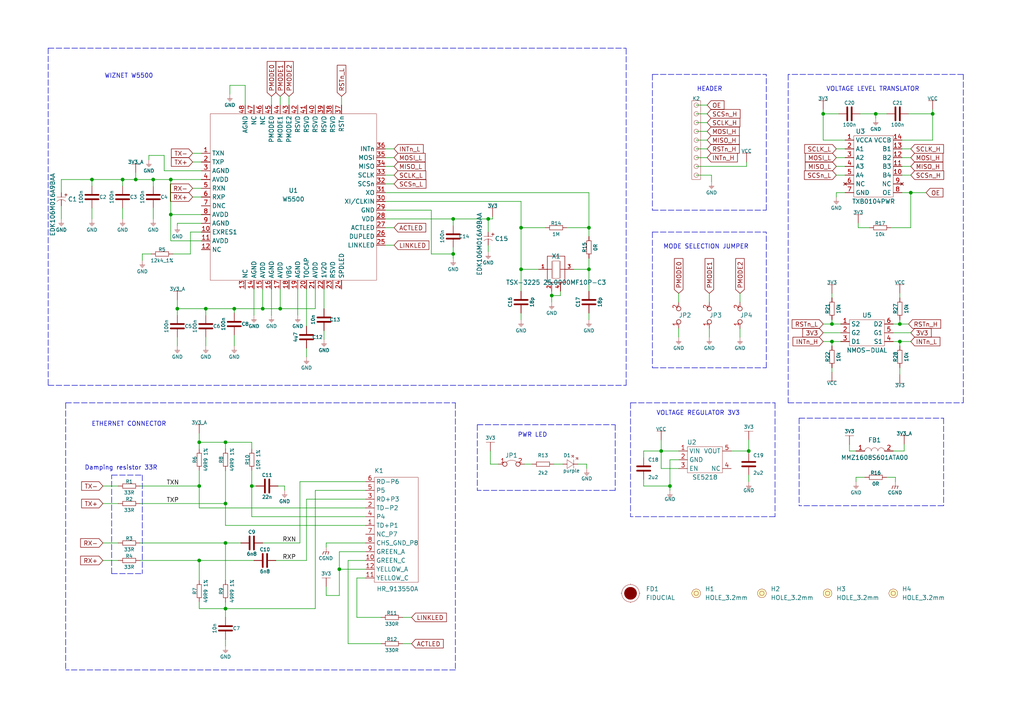
<source format=kicad_sch>
(kicad_sch (version 20211123) (generator eeschema)
  (paper "A4")
  (title_block (title "Ethernet controller W5500 board") (date "2023-03-16") (rev "v1.2.0.") (company "SOLDERED") (comment 1 "333039"))
  (lib_symbols
    (symbol "e-radionica.com schematics:0402LED" (pin_numbers hide) (pin_names (offset 0.254) hide)
      (property "Reference" "D" (at -0.635 2.54 0))
      (property "Value" "0402LED" (at 0 -2.54 0))
      (symbol "0402LED_1_1"
        (pin passive line (at -1.905 0 0) (length 1.27) (name "A") (number "1"))
        (pin passive line (at 2.54 0 180) (length 1.27) (name "K") (number "2"))
      )
    )
    (symbol "e-radionica.com schematics:0402R" (pin_numbers hide) (pin_names (offset 0.254))
      (property "Reference" "R" (at -1.905 1.27 0))
      (property "Value" "0402R" (at 0 -1.27 0))
      (symbol "0402R_1_1"
        (pin passive line (at -3.175 0 0) (length 1.27) (name "~") (number "1"))
        (pin passive line (at 3.175 0 180) (length 1.27) (name "~") (number "2"))
      )
    )
    (symbol "e-radionica.com schematics:0603C" (pin_numbers hide) (pin_names (offset 0.002))
      (property "Reference" "C" (at -0.635 3.175 0))
      (property "Value" "0603C" (at 0 -3.175 0))
      (symbol "0603C_1_1"
        (pin passive line (at -3.175 0 0) (length 2.54) (name "~") (number "1"))
        (pin passive line (at 3.175 0 180) (length 2.54) (name "~") (number "2"))
      )
    )
    (symbol "e-radionica.com schematics:0603L"
      (property "Reference" "L" (at 0 1.905 0))
      (property "Value" "0603L" (at 0 -1.27 0))
      (symbol "0603L_1_1"
        (pin passive line (at -5.715 0 0) (length 2.54) (name "") (number "1"))
        (pin passive line (at 5.08 0 180) (length 2.54) (name "") (number "2"))
      )
    )
    (symbol "e-radionica.com schematics:0603R" (pin_numbers hide) (pin_names (offset 0.254))
      (property "Reference" "R" (at -1.905 1.905 0))
      (property "Value" "0603R" (at 0 -1.905 0))
      (symbol "0603R_1_1"
        (pin passive line (at -3.175 0 0) (length 1.27) (name "~") (number "1"))
        (pin passive line (at 3.175 0 180) (length 1.27) (name "~") (number "2"))
      )
    )
    (symbol "e-radionica.com schematics:3V3" (power) (pin_names (offset 0))
      (property "Value" "3V3" (at 0 3.556 0))
      (symbol "3V3_1_1"
        (pin power_in line (at 0 0 90) (length 0) hide (name "3V3") (number "1"))
      )
    )
    (symbol "e-radionica.com schematics:3V3_A" (power) (pin_names (offset 0))
      (property "Value" "3V3_A" (at 0 3.556 0))
      (symbol "3V3_A_1_1"
        (pin power_in line (at 0 0 90) (length 0) hide (name "3V3_A") (number "1"))
      )
    )
    (symbol "e-radionica.com schematics:CGND" (power) (pin_names (offset 0))
      (property "Value" "CGND" (at 0 -2.921 0))
      (symbol "CGND_1_1"
        (pin power_in line (at 0 0 270) (length 0) hide (name "CGND") (number "1"))
      )
    )
    (symbol "e-radionica.com schematics:CRYSTAL_3225_4_PAD"
      (property "Reference" "X" (at 0 7.112 0))
      (property "Value" "CRYSTAL_3225_4_PAD" (at 0 5.334 0))
      (symbol "CRYSTAL_3225_4_PAD_1_1"
        (pin passive line (at -5.08 0 0) (length 2.54) (name "") (number "1"))
        (pin power_in line (at -1.27 -6.35 90) (length 2.54) (name "") (number "2"))
        (pin output line (at 5.08 0 180) (length 2.54) (name "") (number "3"))
        (pin power_in line (at 1.27 -6.35 90) (length 2.54) (name "") (number "4"))
      )
    )
    (symbol "e-radionica.com schematics:ELECTROLITIC_CAP_4mm" (pin_numbers hide) (pin_names hide)
      (property "Reference" "C" (at -1.27 2.54 0))
      (property "Value" "ELECTROLITIC_CAP_4mm" (at 0 -2.54 0))
      (symbol "ELECTROLITIC_CAP_4mm_0_0"
        (text "+" (at -1.905 1.27 0) (effects (font (size 1 1))))
      )
      (symbol "ELECTROLITIC_CAP_4mm_1_1"
        (pin input line (at -2.54 0 0) (length 1.27) (name "+") (number "1"))
        (pin input line (at 1.27 0 180) (length 1.8) (name "-") (number "2"))
      )
    )
    (symbol "e-radionica.com schematics:FIDUCIAL" (in_bom no)
      (property "Reference" "FD" (at 0 3.81 0))
      (property "Value" "FIDUCIAL" (at 0 -3.81 0))
    )
    (symbol "e-radionica.com schematics:GND" (power) (pin_names (offset 0))
      (property "Value" "GND" (at 0 -2.921 0))
      (symbol "GND_1_1"
        (pin power_in line (at 0 0 270) (length 0) hide (name "GND") (number "1"))
      )
    )
    (symbol "e-radionica.com schematics:GND_3" (power) (pin_names (offset 0))
      (property "Value" "GND" (at 0 -2.921 0))
      (symbol "GND_3_1_1"
        (pin power_in line (at 0 0 270) (length 0) hide (name "GND") (number "1"))
      )
    )
    (symbol "e-radionica.com schematics:HEADER_MALE_9X1" (pin_numbers hide) (pin_names hide)
      (property "Reference" "K" (at -0.635 12.7 0))
      (property "Value" "HEADER_MALE_9X1" (at 0.635 -12.7 0))
      (symbol "HEADER_MALE_9X1_1_1"
        (pin passive line (at 0 -10.16 180) (length 0) (name "~") (number "1"))
        (pin passive line (at 0 -7.62 180) (length 0) (name "~") (number "2"))
        (pin passive line (at 0 -5.08 180) (length 0) (name "~") (number "3"))
        (pin passive line (at 0 -2.54 180) (length 0) (name "~") (number "4"))
        (pin passive line (at 0 0 180) (length 0) (name "~") (number "5"))
        (pin passive line (at 0 2.54 180) (length 0) (name "~") (number "6"))
        (pin passive line (at 0 5.08 180) (length 0) (name "~") (number "7"))
        (pin passive line (at 0 7.62 180) (length 0) (name "~") (number "8"))
        (pin passive line (at 0 10.16 180) (length 0) (name "~") (number "9"))
      )
    )
    (symbol "e-radionica.com schematics:HOLE_3.2mm" (pin_numbers hide) (pin_names hide)
      (property "Reference" "H" (at 0 2.54 0))
      (property "Value" "HOLE_3.2mm" (at 0 -2.54 0))
    )
    (symbol "e-radionica.com schematics:HR_913550A"
      (property "Reference" "K" (at 0 17.78 0))
      (property "Value" "HR_913550A" (at -1.27 -19.05 0))
      (symbol "HR_913550A_1_1"
        (pin input line (at -3.81 1.27 0) (length 2.54) (name "TD+P1") (number "1"))
        (pin input line (at -3.81 -8.89 0) (length 2.54) (name "GREEN_C") (number "10"))
        (pin input line (at -3.81 -13.97 0) (length 2.54) (name "YELLOW_C") (number "11"))
        (pin input line (at -3.81 -11.43 0) (length 2.54) (name "YELLOW_A") (number "12"))
        (pin input line (at -3.81 6.35 0) (length 2.54) (name "TD-P2") (number "2"))
        (pin input line (at -3.81 8.89 0) (length 2.54) (name "RD+P3") (number "3"))
        (pin input line (at -3.81 3.81 0) (length 2.54) (name "P4") (number "4"))
        (pin input line (at -3.81 11.43 0) (length 2.54) (name "P5") (number "5"))
        (pin input line (at -3.81 13.97 0) (length 2.54) (name "RD-P6") (number "6"))
        (pin input line (at -3.81 -1.27 0) (length 2.54) (name "NC_P7") (number "7"))
        (pin input line (at -3.81 -3.81 0) (length 2.54) (name "CHS_GND_P8") (number "8"))
        (pin input line (at -3.81 -6.35 0) (length 2.54) (name "GREEN_A") (number "9"))
      )
    )
    (symbol "e-radionica.com schematics:NMOS-DUAL"
      (property "Reference" "U" (at -3.81 5.08 0))
      (property "Value" "NMOS-DUAL" (at 0 -5.08 0))
      (symbol "NMOS-DUAL_1_1"
        (pin input line (at -7.62 2.54 0) (length 2.54) (name "S2") (number "1"))
        (pin input line (at -7.62 0 0) (length 2.54) (name "G2") (number "2"))
        (pin input line (at -7.62 -2.54 0) (length 2.54) (name "D1") (number "3"))
        (pin input line (at 7.62 -2.54 180) (length 2.54) (name "S1") (number "4"))
        (pin input line (at 7.62 0 180) (length 2.54) (name "G1") (number "5"))
        (pin input line (at 7.62 2.54 180) (length 2.54) (name "D2") (number "6"))
      )
    )
    (symbol "e-radionica.com schematics:SE5218"
      (property "Reference" "U" (at -3.81 5.08 0))
      (property "Value" "SE5218" (at 0 -5.08 0))
      (symbol "SE5218_1_1"
        (pin power_in line (at -7.62 2.54 0) (length 2.54) (name "VIN") (number "1"))
        (pin power_in line (at -7.62 0 0) (length 2.54) (name "GND") (number "2"))
        (pin input line (at -7.62 -2.54 0) (length 2.54) (name "EN") (number "3"))
        (pin passive line (at 7.62 -2.54 180) (length 2.54) (name "NC") (number "4"))
        (pin power_out line (at 7.62 2.54 180) (length 2.54) (name "VOUT") (number "5"))
      )
    )
    (symbol "e-radionica.com schematics:SMD-JUMPER-CONNECTED_TRACE_SLODERMASK"
      (property "Reference" "JP" (at 0 3.556 0))
      (property "Value" "SMD-JUMPER-CONNECTED_TRACE_SLODERMASK" (at 0 -2.54 0))
      (symbol "SMD-JUMPER-CONNECTED_TRACE_SLODERMASK_1_1"
        (pin passive inverted (at -4.064 0 0) (length 2.54) (name "") (number "1"))
        (pin passive inverted (at 3.556 0 180) (length 2.54) (name "") (number "2"))
      )
    )
    (symbol "e-radionica.com schematics:SMD_JUMPER"
      (property "Reference" "JP" (at 0 1.397 0))
      (property "Value" "SMD_JUMPER" (at 0.508 -3.048 0))
      (symbol "SMD_JUMPER_1_1"
        (pin passive inverted (at -3.81 0 0) (length 2.54) (name "") (number "1"))
        (pin passive inverted (at 3.81 0 180) (length 2.54) (name "") (number "2"))
      )
    )
    (symbol "e-radionica.com schematics:TXB0104QPWRQ1"
      (property "Reference" "U" (at 0 8.89 0))
      (property "Value" "TXB0104QPWRQ1" (at 0 -11.43 0))
      (symbol "TXB0104QPWRQ1_1_1"
        (pin power_in line (at -7.62 6.35 0) (length 2.54) (name "VCCA") (number "1"))
        (pin passive line (at 8.89 -3.81 180) (length 2.54) (name "B4") (number "10"))
        (pin passive line (at 8.89 -1.27 180) (length 2.54) (name "B3") (number "11"))
        (pin passive line (at 8.89 1.27 180) (length 2.54) (name "B2") (number "12"))
        (pin passive line (at 8.89 3.81 180) (length 2.54) (name "B1") (number "13"))
        (pin power_out line (at 8.89 6.35 180) (length 2.54) (name "VCCB") (number "14"))
        (pin passive line (at -7.62 3.81 0) (length 2.54) (name "A1") (number "2"))
        (pin passive line (at -7.62 1.27 0) (length 2.54) (name "A2") (number "3"))
        (pin passive line (at -7.62 -1.27 0) (length 2.54) (name "A3") (number "4"))
        (pin passive line (at -7.62 -3.81 0) (length 2.54) (name "A4") (number "5"))
        (pin no_connect line (at -7.62 -6.35 0) (length 2.54) (name "NC") (number "6"))
        (pin passive line (at -7.62 -8.89 0) (length 2.54) (name "GND") (number "7"))
        (pin passive line (at 8.89 -8.89 180) (length 2.54) (name "OE") (number "8"))
        (pin no_connect line (at 8.89 -6.35 180) (length 2.54) (name "NC") (number "9"))
      )
    )
    (symbol "e-radionica.com schematics:VCC" (power) (pin_names (offset 0))
      (property "Value" "VCC" (at 0 3.556 0))
      (symbol "VCC_1_1"
        (pin power_in line (at 0 0 90) (length 0) hide (name "VCC") (number "1"))
      )
    )
    (symbol "e-radionica.com schematics:WIZnet_W5500"
      (property "Reference" "U" (at -26.67 20.32 0))
      (property "Value" "WIZnet_W5500" (at 0 -34.29 0))
      (symbol "WIZnet_W5500_1_1"
        (pin passive line (at -26.67 12.7 0) (length 2.54) (name "TXN") (number "1"))
        (pin passive line (at -26.67 -10.16 0) (length 2.54) (name "EXRES1") (number "10"))
        (pin passive line (at -26.67 -12.7 0) (length 2.54) (name "AVDD") (number "11"))
        (pin passive line (at -26.67 -15.24 0) (length 2.54) (name "NC") (number "12"))
        (pin passive line (at -13.97 -26.67 90) (length 2.54) (name "NC") (number "13"))
        (pin passive line (at -11.43 -26.67 90) (length 2.54) (name "AGND") (number "14"))
        (pin passive line (at -8.89 -26.67 90) (length 2.54) (name "AVDD") (number "15"))
        (pin passive line (at -6.35 -26.67 90) (length 2.54) (name "AGND") (number "16"))
        (pin passive line (at -3.81 -26.67 90) (length 2.54) (name "AVDD") (number "17"))
        (pin passive line (at -1.27 -26.67 90) (length 2.54) (name "VBG") (number "18"))
        (pin passive line (at 1.27 -26.67 90) (length 2.54) (name "AGND") (number "19"))
        (pin passive line (at -26.67 10.16 0) (length 2.54) (name "TXP") (number "2"))
        (pin passive line (at 3.81 -26.67 90) (length 2.54) (name "TOCAP") (number "20"))
        (pin passive line (at 6.35 -26.67 90) (length 2.54) (name "AVDD") (number "21"))
        (pin passive line (at 8.89 -26.67 90) (length 2.54) (name "1V20") (number "22"))
        (pin passive line (at 11.43 -26.67 90) (length 2.54) (name "RSVD") (number "23"))
        (pin passive line (at 13.97 -26.67 90) (length 2.54) (name "SPDLED") (number "24"))
        (pin passive line (at 26.67 -13.97 180) (length 2.54) (name "LINKLED") (number "25"))
        (pin passive line (at 26.67 -11.43 180) (length 2.54) (name "DUPLED") (number "26"))
        (pin passive line (at 26.67 -8.89 180) (length 2.54) (name "ACTLED") (number "27"))
        (pin passive line (at 26.67 -6.35 180) (length 2.54) (name "VDD") (number "28"))
        (pin passive line (at 26.67 -3.81 180) (length 2.54) (name "GND") (number "29"))
        (pin passive line (at -26.67 7.62 0) (length 2.54) (name "AGND") (number "3"))
        (pin passive line (at 26.67 -1.27 180) (length 2.54) (name "XI/CLKIN") (number "30"))
        (pin passive line (at 26.67 1.27 180) (length 2.54) (name "XO") (number "31"))
        (pin passive line (at 26.67 3.81 180) (length 2.54) (name "SCSn") (number "32"))
        (pin passive line (at 26.67 6.35 180) (length 2.54) (name "SCLK") (number "33"))
        (pin passive line (at 26.67 8.89 180) (length 2.54) (name "MISO") (number "34"))
        (pin passive line (at 26.67 11.43 180) (length 2.54) (name "MOSI") (number "35"))
        (pin passive line (at 26.67 13.97 180) (length 2.54) (name "INTn") (number "36"))
        (pin passive line (at 13.97 26.67 270) (length 2.54) (name "RSTn") (number "37"))
        (pin passive line (at 11.43 26.67 270) (length 2.54) (name "RSVD") (number "38"))
        (pin passive line (at 8.89 26.67 270) (length 2.54) (name "RSVD") (number "39"))
        (pin passive line (at -26.67 5.08 0) (length 2.54) (name "AVDD") (number "4"))
        (pin passive line (at 6.35 26.67 270) (length 2.54) (name "RSVD") (number "40"))
        (pin passive line (at 3.81 26.67 270) (length 2.54) (name "RSVD") (number "41"))
        (pin passive line (at 1.27 26.67 270) (length 2.54) (name "RSVD") (number "42"))
        (pin passive line (at -1.27 26.67 270) (length 2.54) (name "PMODE2") (number "43"))
        (pin passive line (at -3.81 26.67 270) (length 2.54) (name "PMODE1") (number "44"))
        (pin passive line (at -6.35 26.67 270) (length 2.54) (name "PMODE0") (number "45"))
        (pin passive line (at -8.89 26.67 270) (length 2.54) (name "NC") (number "46"))
        (pin passive line (at -11.43 26.67 270) (length 2.54) (name "NC") (number "47"))
        (pin passive line (at -13.97 26.67 270) (length 2.54) (name "AGND") (number "48"))
        (pin passive line (at -26.67 2.54 0) (length 2.54) (name "RXN") (number "5"))
        (pin passive line (at -26.67 0 0) (length 2.54) (name "RXP") (number "6"))
        (pin passive line (at -26.67 -2.54 0) (length 2.54) (name "DNC") (number "7"))
        (pin passive line (at -26.67 -5.08 0) (length 2.54) (name "AVDD") (number "8"))
        (pin passive line (at -26.67 -7.62 0) (length 2.54) (name "AGND") (number "9"))
      )
    )
  )
  (junction (at 254 33.02) (diameter 0.9144))
  (junction (at 131.445 73.66) (diameter 0.9144))
  (junction (at 65.405 128.27) (diameter 0.9144))
  (junction (at 35.56 52.07) (diameter 0.9144))
  (junction (at 57.785 128.27) (diameter 0.9144))
  (junction (at 141.605 63.5) (diameter 0.9144))
  (junction (at 51.435 89.535) (diameter 0.9144))
  (junction (at 260.985 99.06) (diameter 0.9144))
  (junction (at 241.3 93.98) (diameter 0.9144))
  (junction (at 49.53 52.07) (diameter 0.9144))
  (junction (at 131.445 63.5) (diameter 0.9144))
  (junction (at 151.13 66.04) (diameter 0.9144))
  (junction (at 57.785 140.97) (diameter 0.9144))
  (junction (at 65.405 146.05) (diameter 0.9144))
  (junction (at 57.785 162.56) (diameter 0.9144))
  (junction (at 67.945 89.535) (diameter 0.9144))
  (junction (at 76.2 89.535) (diameter 0.9144))
  (junction (at 44.45 52.07) (diameter 0.9144))
  (junction (at 98.425 165.1) (diameter 0.9144))
  (junction (at 39.37 52.07) (diameter 0.9144))
  (junction (at 270.51 33.02) (diameter 0.9144))
  (junction (at 238.76 33.02) (diameter 0.9144))
  (junction (at 160.02 85.725) (diameter 0.9144))
  (junction (at 241.3 99.06) (diameter 0.9144))
  (junction (at 73.025 140.97) (diameter 0.9144))
  (junction (at 151.13 78.105) (diameter 0.9144))
  (junction (at 65.405 157.48) (diameter 0.9144))
  (junction (at 26.67 52.07) (diameter 0.9144))
  (junction (at 170.815 66.04) (diameter 0.9144))
  (junction (at 49.53 62.23) (diameter 0.9144))
  (junction (at 194.31 140.97) (diameter 0.9144))
  (junction (at 217.17 130.81) (diameter 0.9144))
  (junction (at 59.69 89.535) (diameter 0.9144))
  (junction (at 260.985 93.98) (diameter 0.9144))
  (junction (at 81.28 89.535) (diameter 0.9144))
  (junction (at 65.405 176.53) (diameter 0.9144))
  (junction (at 264.16 55.88) (diameter 0.9144))
  (junction (at 170.815 78.105) (diameter 0.9144))
  (junction (at 191.77 130.81) (diameter 0.9144))
  (wire (pts (xy 111.76 43.18) (xy 114.3 43.18)))
  (wire (pts (xy 44.45 52.07) (xy 44.45 53.975)))
  (wire (pts (xy 91.44 142.24) (xy 91.44 176.53)))
  (wire (pts (xy 91.44 142.24) (xy 106.045 142.24)))
  (wire (pts (xy 91.44 176.53) (xy 65.405 176.53)))
  (wire (pts (xy 201.93 38.1) (xy 205.105 38.1)))
  (wire (pts (xy 81.28 27.94) (xy 81.28 30.48)))
  (wire (pts (xy 186.69 132.715) (xy 186.69 130.81)))
  (wire (pts (xy 65.405 174.625) (xy 65.405 176.53)))
  (wire (pts (xy 65.405 176.53) (xy 65.405 179.07)))
  (wire (pts (xy 238.76 40.64) (xy 245.11 40.64)))
  (wire (pts (xy 257.175 138.43) (xy 259.715 138.43)))
  (wire (pts (xy 259.715 138.43) (xy 259.715 139.7)))
  (wire (pts (xy 242.57 45.72) (xy 245.11 45.72)))
  (wire (pts (xy 214.63 95.25) (xy 214.63 97.79)))
  (wire (pts (xy 166.37 78.105) (xy 170.815 78.105)))
  (polyline (pts (xy 222.25 106.68) (xy 222.25 67.31)) (stroke (width 0) (type dash)))
  (polyline (pts (xy 138.43 123.19) (xy 138.43 142.24)) (stroke (width 0) (type dash)))
  (wire (pts (xy 57.785 147.32) (xy 57.785 140.97)))
  (wire (pts (xy 88.9 144.78) (xy 106.045 144.78)))
  (wire (pts (xy 88.9 162.56) (xy 88.9 144.78)))
  (wire (pts (xy 238.76 96.52) (xy 243.84 96.52)))
  (wire (pts (xy 17.78 59.69) (xy 17.78 63.5)))
  (wire (pts (xy 35.56 52.07) (xy 35.56 53.975)))
  (wire (pts (xy 116.84 186.69) (xy 119.38 186.69)))
  (wire (pts (xy 205.74 85.09) (xy 205.74 87.63)))
  (wire (pts (xy 186.69 130.81) (xy 191.77 130.81)))
  (wire (pts (xy 51.435 64.77) (xy 58.42 64.77)))
  (wire (pts (xy 196.85 130.81) (xy 191.77 130.81)))
  (wire (pts (xy 80.645 140.97) (xy 82.55 140.97)))
  (wire (pts (xy 82.55 140.97) (xy 82.55 142.24)))
  (polyline (pts (xy 189.23 67.31) (xy 222.25 67.31)) (stroke (width 0) (type dash)))
  (wire (pts (xy 39.37 50.165) (xy 39.37 52.07)))
  (wire (pts (xy 212.09 130.81) (xy 217.17 130.81)))
  (wire (pts (xy 201.93 40.64) (xy 205.105 40.64)))
  (wire (pts (xy 196.85 95.25) (xy 196.85 97.79)))
  (wire (pts (xy 125.095 60.96) (xy 125.095 73.66)))
  (wire (pts (xy 125.095 73.66) (xy 131.445 73.66)))
  (wire (pts (xy 201.93 33.02) (xy 205.105 33.02)))
  (wire (pts (xy 261.62 43.18) (xy 264.16 43.18)))
  (wire (pts (xy 196.85 85.09) (xy 196.85 87.63)))
  (wire (pts (xy 191.77 135.89) (xy 191.77 130.81)))
  (wire (pts (xy 94.615 170.18) (xy 94.615 172.72)))
  (wire (pts (xy 94.615 172.72) (xy 98.425 172.72)))
  (wire (pts (xy 98.425 160.02) (xy 106.045 160.02)))
  (wire (pts (xy 98.425 165.1) (xy 98.425 160.02)))
  (wire (pts (xy 98.425 172.72) (xy 98.425 165.1)))
  (wire (pts (xy 261.62 40.64) (xy 270.51 40.64)))
  (wire (pts (xy 131.445 63.5) (xy 131.445 65.405)))
  (wire (pts (xy 241.3 99.06) (xy 241.3 100.33)))
  (wire (pts (xy 259.08 96.52) (xy 264.16 96.52)))
  (wire (pts (xy 51.435 86.995) (xy 51.435 89.535)))
  (polyline (pts (xy 13.97 13.97) (xy 13.97 111.76)) (stroke (width 0) (type dash)))
  (polyline (pts (xy 13.97 13.97) (xy 181.61 13.97)) (stroke (width 0) (type dash)))
  (polyline (pts (xy 13.97 111.76) (xy 181.61 111.76)) (stroke (width 0) (type dash)))
  (polyline (pts (xy 181.61 111.76) (xy 181.61 13.97)) (stroke (width 0) (type dash)))
  (polyline (pts (xy 189.23 106.68) (xy 222.25 106.68)) (stroke (width 0) (type dash)))
  (wire (pts (xy 65.405 136.525) (xy 65.405 146.05)))
  (polyline (pts (xy 182.88 116.84) (xy 182.88 149.86)) (stroke (width 0) (type dash)))
  (polyline (pts (xy 182.88 116.84) (xy 224.79 116.84)) (stroke (width 0) (type dash)))
  (polyline (pts (xy 224.79 116.84) (xy 224.79 149.86)) (stroke (width 0) (type dash)))
  (polyline (pts (xy 224.79 149.86) (xy 182.88 149.86)) (stroke (width 0) (type dash)))
  (wire (pts (xy 201.93 50.8) (xy 206.375 50.8)))
  (wire (pts (xy 206.375 50.8) (xy 206.375 52.705)))
  (polyline (pts (xy 138.43 123.19) (xy 178.435 123.19)) (stroke (width 0) (type dash)))
  (wire (pts (xy 103.505 167.64) (xy 106.045 167.64)))
  (wire (pts (xy 103.505 179.07) (xy 103.505 167.64)))
  (wire (pts (xy 110.49 179.07) (xy 103.505 179.07)))
  (wire (pts (xy 55.88 46.99) (xy 58.42 46.99)))
  (wire (pts (xy 93.98 83.82) (xy 93.98 89.535)))
  (wire (pts (xy 170.18 134.62) (xy 170.18 135.89)))
  (wire (pts (xy 201.93 43.18) (xy 205.105 43.18)))
  (wire (pts (xy 201.93 35.56) (xy 205.105 35.56)))
  (wire (pts (xy 29.845 157.48) (xy 34.29 157.48)))
  (wire (pts (xy 106.045 157.48) (xy 94.615 157.48)))
  (wire (pts (xy 201.93 45.72) (xy 205.105 45.72)))
  (wire (pts (xy 73.025 149.86) (xy 106.045 149.86)))
  (wire (pts (xy 111.76 63.5) (xy 131.445 63.5)))
  (wire (pts (xy 170.18 134.62) (xy 167.64 134.62)))
  (wire (pts (xy 57.785 174.625) (xy 57.785 176.53)))
  (wire (pts (xy 57.785 176.53) (xy 65.405 176.53)))
  (wire (pts (xy 217.17 137.795) (xy 217.17 139.7)))
  (wire (pts (xy 142.24 130.81) (xy 142.24 134.62)))
  (wire (pts (xy 270.51 33.02) (xy 270.51 31.75)))
  (wire (pts (xy 270.51 40.64) (xy 270.51 33.02)))
  (wire (pts (xy 73.025 140.97) (xy 73.025 136.525)))
  (wire (pts (xy 73.025 149.86) (xy 73.025 140.97)))
  (wire (pts (xy 259.08 93.98) (xy 260.985 93.98)))
  (wire (pts (xy 260.985 93.98) (xy 263.525 93.98)))
  (wire (pts (xy 88.9 100.965) (xy 88.9 103.505)))
  (wire (pts (xy 194.31 133.35) (xy 194.31 140.97)))
  (wire (pts (xy 254 33.02) (xy 257.175 33.02)))
  (wire (pts (xy 254 34.29) (xy 254 33.02)))
  (wire (pts (xy 131.445 71.755) (xy 131.445 73.66)))
  (wire (pts (xy 131.445 73.66) (xy 131.445 74.93)))
  (wire (pts (xy 29.845 140.97) (xy 34.29 140.97)))
  (wire (pts (xy 111.76 45.72) (xy 114.3 45.72)))
  (wire (pts (xy 51.435 89.535) (xy 59.69 89.535)))
  (wire (pts (xy 51.435 91.44) (xy 51.435 89.535)))
  (wire (pts (xy 59.69 89.535) (xy 67.945 89.535)))
  (wire (pts (xy 259.08 130.81) (xy 262.255 130.81)))
  (wire (pts (xy 262.255 130.81) (xy 262.255 128.905)))
  (wire (pts (xy 26.67 52.07) (xy 26.67 53.975)))
  (wire (pts (xy 65.405 185.42) (xy 65.405 187.325)))
  (wire (pts (xy 160.02 84.455) (xy 160.02 85.725)))
  (wire (pts (xy 160.02 85.725) (xy 160.02 87.63)))
  (wire (pts (xy 44.45 60.325) (xy 44.45 63.5)))
  (wire (pts (xy 57.785 125.73) (xy 57.785 128.27)))
  (wire (pts (xy 57.785 128.27) (xy 57.785 130.175)))
  (wire (pts (xy 111.76 53.34) (xy 114.3 53.34)))
  (wire (pts (xy 131.445 63.5) (xy 141.605 63.5)))
  (wire (pts (xy 141.605 63.5) (xy 142.875 63.5)))
  (polyline (pts (xy 178.435 123.19) (xy 178.435 142.24)) (stroke (width 0) (type dash)))
  (wire (pts (xy 151.13 78.105) (xy 156.21 78.105)))
  (wire (pts (xy 261.62 50.8) (xy 264.16 50.8)))
  (wire (pts (xy 162.56 84.455) (xy 162.56 85.725)))
  (wire (pts (xy 162.56 85.725) (xy 160.02 85.725)))
  (wire (pts (xy 40.64 157.48) (xy 65.405 157.48)))
  (wire (pts (xy 65.405 157.48) (xy 69.85 157.48)))
  (wire (pts (xy 258.445 66.04) (xy 264.16 66.04)))
  (wire (pts (xy 261.62 55.88) (xy 264.16 55.88)))
  (wire (pts (xy 264.16 55.88) (xy 264.16 66.04)))
  (wire (pts (xy 26.67 60.325) (xy 26.67 63.5)))
  (wire (pts (xy 55.88 54.61) (xy 58.42 54.61)))
  (wire (pts (xy 201.93 30.48) (xy 205.105 30.48)))
  (wire (pts (xy 241.3 85.09) (xy 241.3 86.36)))
  (wire (pts (xy 242.57 55.88) (xy 242.57 57.15)))
  (wire (pts (xy 245.11 55.88) (xy 242.57 55.88)))
  (wire (pts (xy 242.57 43.18) (xy 245.11 43.18)))
  (wire (pts (xy 186.69 140.97) (xy 194.31 140.97)))
  (wire (pts (xy 83.82 27.94) (xy 83.82 30.48)))
  (polyline (pts (xy 231.775 121.285) (xy 231.775 146.685)) (stroke (width 0) (type dash)))
  (polyline (pts (xy 231.775 121.285) (xy 273.685 121.285)) (stroke (width 0) (type dash)))
  (polyline (pts (xy 273.685 121.285) (xy 273.685 146.685)) (stroke (width 0) (type dash)))
  (polyline (pts (xy 273.685 146.685) (xy 231.775 146.685)) (stroke (width 0) (type dash)))
  (wire (pts (xy 186.69 139.065) (xy 186.69 140.97)))
  (wire (pts (xy 260.985 99.06) (xy 260.985 100.33)))
  (wire (pts (xy 194.31 140.97) (xy 194.31 142.24)))
  (wire (pts (xy 141.605 63.5) (xy 141.605 67.31)))
  (wire (pts (xy 217.17 130.81) (xy 217.17 131.445)))
  (wire (pts (xy 164.465 66.04) (xy 170.815 66.04)))
  (wire (pts (xy 88.9 83.82) (xy 88.9 94.615)))
  (wire (pts (xy 67.945 89.535) (xy 67.945 90.805)))
  (wire (pts (xy 78.74 83.82) (xy 78.74 91.44)))
  (wire (pts (xy 151.13 90.805) (xy 151.13 92.71)))
  (wire (pts (xy 152.146 134.62) (xy 154.305 134.62)))
  (wire (pts (xy 39.37 52.07) (xy 44.45 52.07)))
  (wire (pts (xy 44.45 52.07) (xy 49.53 52.07)))
  (wire (pts (xy 170.815 74.93) (xy 170.815 78.105)))
  (wire (pts (xy 170.815 78.105) (xy 170.815 84.455)))
  (wire (pts (xy 58.42 69.85) (xy 49.53 69.85)))
  (wire (pts (xy 205.74 95.25) (xy 205.74 97.79)))
  (wire (pts (xy 57.785 140.97) (xy 57.785 136.525)))
  (wire (pts (xy 65.405 128.27) (xy 57.785 128.27)))
  (wire (pts (xy 65.405 130.175) (xy 65.405 128.27)))
  (wire (pts (xy 59.69 89.535) (xy 59.69 91.44)))
  (wire (pts (xy 160.655 134.62) (xy 163.195 134.62)))
  (wire (pts (xy 73.025 128.27) (xy 65.405 128.27)))
  (wire (pts (xy 73.025 130.175) (xy 73.025 128.27)))
  (wire (pts (xy 98.425 165.1) (xy 106.045 165.1)))
  (wire (pts (xy 57.785 162.56) (xy 57.785 168.275)))
  (wire (pts (xy 66.675 24.765) (xy 66.675 27.305)))
  (wire (pts (xy 71.12 24.765) (xy 66.675 24.765)))
  (wire (pts (xy 71.12 30.48) (xy 71.12 24.765)))
  (wire (pts (xy 260.985 106.68) (xy 260.985 108.585)))
  (wire (pts (xy 76.2 83.82) (xy 76.2 89.535)))
  (wire (pts (xy 91.44 83.82) (xy 91.44 89.535)))
  (wire (pts (xy 35.56 60.325) (xy 35.56 63.5)))
  (wire (pts (xy 238.76 99.06) (xy 241.3 99.06)))
  (wire (pts (xy 241.3 99.06) (xy 243.84 99.06)))
  (wire (pts (xy 67.945 89.535) (xy 76.2 89.535)))
  (wire (pts (xy 76.2 89.535) (xy 81.28 89.535)))
  (wire (pts (xy 81.28 89.535) (xy 91.44 89.535)))
  (wire (pts (xy 242.57 50.8) (xy 245.11 50.8)))
  (wire (pts (xy 55.88 44.45) (xy 58.42 44.45)))
  (polyline (pts (xy 189.23 67.31) (xy 189.23 106.68)) (stroke (width 0) (type dash)))
  (polyline (pts (xy 32.385 137.795) (xy 41.275 137.795)) (stroke (width 0) (type dash)))
  (polyline (pts (xy 32.385 166.37) (xy 32.385 137.795)) (stroke (width 0) (type dash)))
  (polyline (pts (xy 32.385 166.37) (xy 41.275 166.37)) (stroke (width 0) (type dash)))
  (polyline (pts (xy 41.275 137.795) (xy 41.275 166.37)) (stroke (width 0) (type dash)))
  (wire (pts (xy 94.615 157.48) (xy 94.615 158.75)))
  (wire (pts (xy 246.38 130.81) (xy 246.38 128.905)))
  (wire (pts (xy 248.285 130.81) (xy 246.38 130.81)))
  (wire (pts (xy 151.13 66.04) (xy 151.13 78.105)))
  (wire (pts (xy 151.13 78.105) (xy 151.13 84.455)))
  (polyline (pts (xy 178.435 142.24) (xy 138.43 142.24)) (stroke (width 0) (type dash)))
  (wire (pts (xy 248.285 138.43) (xy 248.285 139.7)))
  (wire (pts (xy 250.825 138.43) (xy 248.285 138.43)))
  (wire (pts (xy 49.53 52.07) (xy 49.53 62.23)))
  (wire (pts (xy 49.53 62.23) (xy 49.53 69.85)))
  (wire (pts (xy 261.62 48.26) (xy 264.16 48.26)))
  (wire (pts (xy 260.985 92.71) (xy 260.985 93.98)))
  (wire (pts (xy 51.435 64.77) (xy 51.435 65.405)))
  (wire (pts (xy 116.84 179.07) (xy 119.38 179.07)))
  (wire (pts (xy 41.275 73.66) (xy 41.275 75.565)))
  (wire (pts (xy 43.815 73.66) (xy 41.275 73.66)))
  (wire (pts (xy 191.77 127.635) (xy 191.77 130.81)))
  (wire (pts (xy 40.64 146.05) (xy 65.405 146.05)))
  (wire (pts (xy 29.845 146.05) (xy 34.29 146.05)))
  (wire (pts (xy 261.62 45.72) (xy 264.16 45.72)))
  (wire (pts (xy 238.76 31.75) (xy 238.76 33.02)))
  (wire (pts (xy 238.76 33.02) (xy 238.76 40.64)))
  (wire (pts (xy 55.88 57.15) (xy 58.42 57.15)))
  (wire (pts (xy 242.57 48.26) (xy 245.11 48.26)))
  (wire (pts (xy 260.985 85.09) (xy 260.985 86.36)))
  (wire (pts (xy 99.06 27.94) (xy 99.06 30.48)))
  (wire (pts (xy 111.76 66.04) (xy 114.3 66.04)))
  (polyline (pts (xy 189.23 21.59) (xy 189.23 60.96)) (stroke (width 0) (type dash)))
  (polyline (pts (xy 189.23 21.59) (xy 222.25 21.59)) (stroke (width 0) (type dash)))
  (polyline (pts (xy 189.23 60.96) (xy 222.25 60.96)) (stroke (width 0) (type dash)))
  (polyline (pts (xy 222.25 60.96) (xy 222.25 21.59)) (stroke (width 0) (type dash)))
  (wire (pts (xy 141.605 71.12) (xy 141.605 73.025)))
  (wire (pts (xy 111.76 50.8) (xy 114.3 50.8)))
  (wire (pts (xy 263.525 33.02) (xy 270.51 33.02)))
  (wire (pts (xy 59.69 97.79) (xy 59.69 100.33)))
  (wire (pts (xy 243.205 33.02) (xy 238.76 33.02)))
  (wire (pts (xy 78.74 27.94) (xy 78.74 30.48)))
  (wire (pts (xy 241.3 92.71) (xy 241.3 93.98)))
  (wire (pts (xy 248.92 66.04) (xy 248.92 64.77)))
  (wire (pts (xy 252.095 66.04) (xy 248.92 66.04)))
  (wire (pts (xy 151.13 58.42) (xy 151.13 66.04)))
  (wire (pts (xy 241.3 106.68) (xy 241.3 107.95)))
  (wire (pts (xy 214.63 85.09) (xy 214.63 87.63)))
  (wire (pts (xy 111.76 48.26) (xy 114.3 48.26)))
  (polyline (pts (xy 228.6 21.59) (xy 228.6 116.84)) (stroke (width 0) (type dash)))
  (polyline (pts (xy 228.6 116.84) (xy 279.4 116.84)) (stroke (width 0) (type dash)))
  (polyline (pts (xy 279.4 21.59) (xy 228.6 21.59)) (stroke (width 0) (type dash)))
  (polyline (pts (xy 279.4 116.84) (xy 279.4 21.59)) (stroke (width 0) (type dash)))
  (wire (pts (xy 100.965 162.56) (xy 106.045 162.56)))
  (wire (pts (xy 100.965 186.69) (xy 100.965 162.56)))
  (wire (pts (xy 110.49 186.69) (xy 100.965 186.69)))
  (wire (pts (xy 29.845 162.56) (xy 34.29 162.56)))
  (wire (pts (xy 93.98 95.885) (xy 93.98 98.425)))
  (wire (pts (xy 43.18 45.085) (xy 43.18 46.355)))
  (wire (pts (xy 47.625 45.085) (xy 43.18 45.085)))
  (wire (pts (xy 47.625 49.53) (xy 47.625 45.085)))
  (wire (pts (xy 58.42 49.53) (xy 47.625 49.53)))
  (wire (pts (xy 51.435 97.79) (xy 51.435 100.33)))
  (wire (pts (xy 111.76 60.96) (xy 125.095 60.96)))
  (wire (pts (xy 58.42 62.23) (xy 49.53 62.23)))
  (wire (pts (xy 80.01 162.56) (xy 88.9 162.56)))
  (wire (pts (xy 264.16 55.88) (xy 268.605 55.88)))
  (wire (pts (xy 151.13 66.04) (xy 158.115 66.04)))
  (wire (pts (xy 217.17 127.635) (xy 217.17 130.81)))
  (wire (pts (xy 65.405 157.48) (xy 65.405 168.275)))
  (wire (pts (xy 111.76 71.12) (xy 114.3 71.12)))
  (wire (pts (xy 35.56 52.07) (xy 39.37 52.07)))
  (wire (pts (xy 201.93 48.26) (xy 216.535 48.26)))
  (wire (pts (xy 216.535 48.26) (xy 216.535 46.99)))
  (wire (pts (xy 65.405 152.4) (xy 65.405 146.05)))
  (wire (pts (xy 65.405 152.4) (xy 106.045 152.4)))
  (wire (pts (xy 249.555 33.02) (xy 254 33.02)))
  (polyline (pts (xy 19.05 116.84) (xy 19.05 194.31)) (stroke (width 0) (type dash)))
  (polyline (pts (xy 19.05 116.84) (xy 132.08 116.84)) (stroke (width 0) (type dash)))
  (polyline (pts (xy 132.08 116.84) (xy 132.08 194.31)) (stroke (width 0) (type dash)))
  (polyline (pts (xy 132.08 194.31) (xy 19.05 194.31)) (stroke (width 0) (type dash)))
  (wire (pts (xy 111.76 55.88) (xy 170.815 55.88)))
  (wire (pts (xy 67.945 97.155) (xy 67.945 100.33)))
  (wire (pts (xy 144.526 134.62) (xy 142.24 134.62)))
  (wire (pts (xy 196.85 133.35) (xy 194.31 133.35)))
  (wire (pts (xy 58.42 52.07) (xy 49.53 52.07)))
  (wire (pts (xy 76.2 157.48) (xy 86.995 157.48)))
  (wire (pts (xy 86.995 139.7) (xy 106.045 139.7)))
  (wire (pts (xy 86.995 157.48) (xy 86.995 139.7)))
  (wire (pts (xy 40.64 162.56) (xy 57.785 162.56)))
  (wire (pts (xy 57.785 162.56) (xy 73.66 162.56)))
  (wire (pts (xy 40.64 140.97) (xy 57.785 140.97)))
  (wire (pts (xy 238.76 93.98) (xy 241.3 93.98)))
  (wire (pts (xy 241.3 93.98) (xy 243.84 93.98)))
  (wire (pts (xy 196.85 135.89) (xy 191.77 135.89)))
  (wire (pts (xy 86.36 83.82) (xy 86.36 91.44)))
  (wire (pts (xy 170.815 66.04) (xy 170.815 55.88)))
  (wire (pts (xy 170.815 68.58) (xy 170.815 66.04)))
  (wire (pts (xy 50.165 73.66) (xy 55.245 73.66)))
  (wire (pts (xy 55.245 67.31) (xy 58.42 67.31)))
  (wire (pts (xy 55.245 73.66) (xy 55.245 67.31)))
  (wire (pts (xy 170.815 90.805) (xy 170.815 92.71)))
  (wire (pts (xy 81.28 83.82) (xy 81.28 89.535)))
  (wire (pts (xy 259.08 99.06) (xy 260.985 99.06)))
  (wire (pts (xy 260.985 99.06) (xy 264.16 99.06)))
  (wire (pts (xy 57.785 147.32) (xy 106.045 147.32)))
  (wire (pts (xy 142.875 62.865) (xy 142.875 63.5)))
  (wire (pts (xy 17.78 52.07) (xy 26.67 52.07)))
  (wire (pts (xy 17.78 55.88) (xy 17.78 52.07)))
  (wire (pts (xy 26.67 52.07) (xy 35.56 52.07)))
  (wire (pts (xy 111.76 58.42) (xy 151.13 58.42)))
  (wire (pts (xy 73.66 83.82) (xy 73.66 91.44)))
  (wire (pts (xy 73.025 140.97) (xy 74.295 140.97)))
  (text "WIZNET W5500" (at 44.45 22.86 180) (effects (font (size 1.27 1.27)) (justify right bottom)))
  (text "HEADER" (at 209.55 26.67 180) (effects (font (size 1.27 1.27)) (justify right bottom)))
  (text "PWR LED" (at 158.75 127 180) (effects (font (size 1.27 1.27)) (justify right bottom)))
  (text "Damping resistor 33R" (at 45.72 136.525 180) (effects (font (size 1.27 1.27)) (justify right bottom)))
  (text "ETHERNET CONNECTOR" (at 48.26 123.825 180) (effects (font (size 1.27 1.27)) (justify right bottom)))
  (text "VOLTAGE REGULATOR 3V3" (at 214.63 120.65 180) (effects (font (size 1.27 1.27)) (justify right bottom)))
  (text "MODE SELECTION JUMPER" (at 217.17 72.39 180) (effects (font (size 1.27 1.27)) (justify right bottom)))
  (text "VOLTAGE LEVEL TRANSLATOR" (at 266.7 26.67 180) (effects (font (size 1.27 1.27)) (justify right bottom)))
  (label "TXN" (at 48.26 140.97 0))
  (label "RXN" (at 81.915 157.48 0))
  (label "TXP" (at 48.26 146.05 0))
  (label "RXP" (at 81.915 162.56 0))
  (global_label "RSTn_L" (shape input) (at 99.06 27.94 90) (property "Intersheet References" "${INTERSHEET_REFS}" (effects hide)))
  (global_label "MISO_L" (shape input) (at 114.3 48.26 0) (property "Intersheet References" "${INTERSHEET_REFS}" (effects hide)))
  (global_label "RSTn_L" (shape input) (at 238.76 93.98 180) (property "Intersheet References" "${INTERSHEET_REFS}" (effects hide)))
  (global_label "PMODE2" (shape input) (at 83.82 27.94 90) (property "Intersheet References" "${INTERSHEET_REFS}" (effects hide)))
  (global_label "ACTLED" (shape input) (at 114.3 66.04 0) (property "Intersheet References" "${INTERSHEET_REFS}" (effects hide)))
  (global_label "SCLK_L" (shape input) (at 114.3 50.8 0) (property "Intersheet References" "${INTERSHEET_REFS}" (effects hide)))
  (global_label "RX+" (shape input) (at 29.845 162.56 180) (property "Intersheet References" "${INTERSHEET_REFS}" (effects hide)))
  (global_label "TX-" (shape input) (at 29.845 140.97 180) (property "Intersheet References" "${INTERSHEET_REFS}" (effects hide)))
  (global_label "PMODE0" (shape input) (at 196.85 85.09 90) (property "Intersheet References" "${INTERSHEET_REFS}" (effects hide)))
  (global_label "MOSI_L" (shape input) (at 242.57 45.72 180) (property "Intersheet References" "${INTERSHEET_REFS}" (effects hide)))
  (global_label "SCSn_H" (shape input) (at 264.16 50.8 0) (property "Intersheet References" "${INTERSHEET_REFS}" (effects hide)))
  (global_label "ACTLED" (shape input) (at 119.38 186.69 0) (property "Intersheet References" "${INTERSHEET_REFS}" (effects hide)))
  (global_label "3V3" (shape input) (at 264.16 96.52 0) (property "Intersheet References" "${INTERSHEET_REFS}" (effects hide)))
  (global_label "PMODE1" (shape input) (at 81.28 27.94 90) (property "Intersheet References" "${INTERSHEET_REFS}" (effects hide)))
  (global_label "SCSn_H" (shape input) (at 205.105 33.02 0) (property "Intersheet References" "${INTERSHEET_REFS}" (effects hide)))
  (global_label "RSTn_H" (shape input) (at 205.105 43.18 0) (property "Intersheet References" "${INTERSHEET_REFS}" (effects hide)))
  (global_label "INTn_L" (shape input) (at 264.16 99.06 0) (property "Intersheet References" "${INTERSHEET_REFS}" (effects hide)))
  (global_label "INTn_H" (shape input) (at 238.76 99.06 180) (property "Intersheet References" "${INTERSHEET_REFS}" (effects hide)))
  (global_label "SCLK_L" (shape input) (at 242.57 43.18 180) (property "Intersheet References" "${INTERSHEET_REFS}" (effects hide)))
  (global_label "SCSn_L" (shape input) (at 114.3 53.34 0) (property "Intersheet References" "${INTERSHEET_REFS}" (effects hide)))
  (global_label "TX-" (shape input) (at 55.88 44.45 180) (property "Intersheet References" "${INTERSHEET_REFS}" (effects hide)))
  (global_label "OE" (shape input) (at 205.105 30.48 0) (property "Intersheet References" "${INTERSHEET_REFS}" (effects hide)))
  (global_label "LINKLED" (shape input) (at 114.3 71.12 0) (property "Intersheet References" "${INTERSHEET_REFS}" (effects hide)))
  (global_label "TX+" (shape input) (at 29.845 146.05 180) (property "Intersheet References" "${INTERSHEET_REFS}" (effects hide)))
  (global_label "MISO_H" (shape input) (at 264.16 48.26 0) (property "Intersheet References" "${INTERSHEET_REFS}" (effects hide)))
  (global_label "SCSn_L" (shape input) (at 242.57 50.8 180) (property "Intersheet References" "${INTERSHEET_REFS}" (effects hide)))
  (global_label "SCLK_H" (shape input) (at 205.105 35.56 0) (property "Intersheet References" "${INTERSHEET_REFS}" (effects hide)))
  (global_label "MISO_L" (shape input) (at 242.57 48.26 180) (property "Intersheet References" "${INTERSHEET_REFS}" (effects hide)))
  (global_label "3V3" (shape input) (at 238.76 96.52 180) (property "Intersheet References" "${INTERSHEET_REFS}" (effects hide)))
  (global_label "LINKLED" (shape input) (at 119.38 179.07 0) (property "Intersheet References" "${INTERSHEET_REFS}" (effects hide)))
  (global_label "TX+" (shape input) (at 55.88 46.99 180) (property "Intersheet References" "${INTERSHEET_REFS}" (effects hide)))
  (global_label "PMODE1" (shape input) (at 205.74 85.09 90) (property "Intersheet References" "${INTERSHEET_REFS}" (effects hide)))
  (global_label "MOSI_H" (shape input) (at 205.105 38.1 0) (property "Intersheet References" "${INTERSHEET_REFS}" (effects hide)))
  (global_label "RX-" (shape input) (at 29.845 157.48 180) (property "Intersheet References" "${INTERSHEET_REFS}" (effects hide)))
  (global_label "OE" (shape input) (at 268.605 55.88 0) (property "Intersheet References" "${INTERSHEET_REFS}" (effects hide)))
  (global_label "RX+" (shape input) (at 55.88 57.15 180) (property "Intersheet References" "${INTERSHEET_REFS}" (effects hide)))
  (global_label "MOSI_H" (shape input) (at 264.16 45.72 0) (property "Intersheet References" "${INTERSHEET_REFS}" (effects hide)))
  (global_label "INTn_H" (shape input) (at 205.105 45.72 0) (property "Intersheet References" "${INTERSHEET_REFS}" (effects hide)))
  (global_label "PMODE0" (shape input) (at 78.74 27.94 90) (property "Intersheet References" "${INTERSHEET_REFS}" (effects hide)))
  (global_label "MISO_H" (shape input) (at 205.105 40.64 0) (property "Intersheet References" "${INTERSHEET_REFS}" (effects hide)))
  (global_label "RSTn_H" (shape input) (at 263.525 93.98 0) (property "Intersheet References" "${INTERSHEET_REFS}" (effects hide)))
  (global_label "PMODE2" (shape input) (at 214.63 85.09 90) (property "Intersheet References" "${INTERSHEET_REFS}" (effects hide)))
  (global_label "INTn_L" (shape input) (at 114.3 43.18 0) (property "Intersheet References" "${INTERSHEET_REFS}" (effects hide)))
  (global_label "MOSI_L" (shape input) (at 114.3 45.72 0) (property "Intersheet References" "${INTERSHEET_REFS}" (effects hide)))
  (global_label "SCLK_H" (shape input) (at 264.16 43.18 0) (property "Intersheet References" "${INTERSHEET_REFS}" (effects hide)))
  (global_label "RX-" (shape input) (at 55.88 54.61 180) (property "Intersheet References" "${INTERSHEET_REFS}" (effects hide)))
  (symbol (lib_id "e-radionica.com schematics:3V3_A") (at 39.37 50.165 0) (unit 1)
    (property "Reference" "#PWR04" (effects hide))
    (property "Value" "3V3_A" (at 39.37 46.99 0) (effects (font (size 1 1))))
  )
  (symbol (lib_id "e-radionica.com schematics:0603R") (at 254 138.43 0) (unit 1)
    (property "Reference" "R16" (at 254 137.16 0) (effects (font (size 1 1))))
    (property "Value" "0R" (at 254 140.335 0) (effects (font (size 1 1))))
    (property "Footprint" "e-radionica.com footprinti:0603R" (effects hide))
  )
  (symbol (lib_id "e-radionica.com schematics:0603R") (at 37.465 140.97 0) (unit 1)
    (property "Reference" "R1" (at 37.465 139.7 0) (effects (font (size 1 1))))
    (property "Value" "33R" (at 37.465 142.875 0) (effects (font (size 1 1))))
    (property "Footprint" "e-radionica.com footprinti:0603R" (effects hide))
  )
  (symbol (lib_id "e-radionica.com schematics:SMD_JUMPER") (at 214.63 91.44 90) (unit 1)
    (property "Reference" "JP4" (at 214.63 91.4399 90) (effects (justify right)))
    (property "Value" "SMD_JUMPER" (effects hide))
    (property "Footprint" "e-radionica.com footprinti:SMD_JUMPER" (effects hide))
  )
  (symbol (lib_id "e-radionica.com schematics:VCC") (at 260.985 85.09 0) (unit 1)
    (property "Reference" "#PWR052" (effects hide))
    (property "Value" "VCC" (at 260.985 81.915 0) (effects (font (size 1 1))))
  )
  (symbol (lib_id "e-radionica.com schematics:HEADER_MALE_9X1") (at 201.93 40.64 0) (unit 1)
    (property "Reference" "K2" (at 201.93 28.575 0) (effects (font (size 1 1))))
    (property "Value" "HEADER_MALE_9X1" (effects hide))
    (property "Footprint" "e-radionica.com footprinti:HEADER_MALE_9X1" (effects hide))
  )
  (symbol (lib_id "e-radionica.com schematics:GND") (at 59.69 100.33 0) (unit 1)
    (property "Reference" "#PWR012" (effects hide))
    (property "Value" "GND" (at 59.69 103.505 0) (effects (font (size 1 1))))
  )
  (symbol (lib_id "e-radionica.com schematics:GND") (at 51.435 65.405 0) (unit 1)
    (property "Reference" "#PWR08" (effects hide))
    (property "Value" "GND" (at 51.435 68.58 0) (effects (font (size 1 1))))
  )
  (symbol (lib_id "e-radionica.com schematics:0603C") (at 65.405 182.245 90) (unit 1)
    (property "Reference" "C7" (at 68.58 182.245 90) (effects (font (size 1 1))))
    (property "Value" "10n" (at 62.23 182.245 0) (effects (font (size 1 1))))
    (property "Footprint" "e-radionica.com footprinti:0603C" (effects hide))
  )
  (symbol (lib_id "e-radionica.com schematics:3V3") (at 142.875 62.865 0) (unit 1)
    (property "Reference" "#PWR027" (effects hide))
    (property "Value" "3V3" (at 142.875 59.69 0) (effects (font (size 1 1))))
  )
  (symbol (lib_id "e-radionica.com schematics:0402LED") (at 165.1 134.62 0) (unit 1)
    (property "Reference" "D1" (at 164.465 132.08 0) (effects (font (size 1 1))))
    (property "Value" "purple" (at 165.735 136.525 0) (effects (font (size 1 1))))
    (property "Footprint" "e-radionica.com footprinti:0402LED" (effects hide))
  )
  (symbol (lib_id "e-radionica.com schematics:0603R") (at 65.405 171.45 90) (unit 1)
    (property "Reference" "R9" (at 64.135 171.45 0) (effects (font (size 1 1))))
    (property "Value" "49R9 1%" (at 67.31 171.45 0) (effects (font (size 1 1))))
    (property "Footprint" "e-radionica.com footprinti:0603R" (effects hide))
  )
  (symbol (lib_id "e-radionica.com schematics:0603R") (at 260.985 103.505 90) (unit 1)
    (property "Reference" "R28" (at 259.715 103.505 0) (effects (font (size 1 1))))
    (property "Value" "10k" (at 262.89 103.505 0) (effects (font (size 1 1))))
    (property "Footprint" "e-radionica.com footprinti:0603R" (effects hide))
  )
  (symbol (lib_id "e-radionica.com schematics:0603R") (at 260.985 89.535 90) (unit 1)
    (property "Reference" "R27" (at 259.715 89.535 0) (effects (font (size 1 1))))
    (property "Value" "10k" (at 262.89 89.535 0) (effects (font (size 1 1))))
    (property "Footprint" "e-radionica.com footprinti:0603R" (effects hide))
  )
  (symbol (lib_id "e-radionica.com schematics:GND") (at 248.285 139.7 0) (unit 1)
    (property "Reference" "#PWR035" (effects hide))
    (property "Value" "GND" (at 248.285 142.875 0) (effects (font (size 1 1))))
  )
  (symbol (lib_id "e-radionica.com schematics:GND") (at 44.45 63.5 0) (unit 1)
    (property "Reference" "#PWR07" (effects hide))
    (property "Value" "GND" (at 44.45 66.675 0) (effects (font (size 1 1))))
  )
  (symbol (lib_id "e-radionica.com schematics:SMD-JUMPER-CONNECTED_TRACE_SLODERMASK") (at 148.59 134.62 0) (unit 1)
    (property "Reference" "JP1" (at 148.336 132.08 0))
    (property "Value" "SMD-JUMPER-CONNECTED_TRACE_SLODERMASK" (effects hide))
    (property "Footprint" "e-radionica.com footprinti:SMD-JUMPER-CONNECTED_TRACE_SLODERMASK" (effects hide))
  )
  (symbol (lib_id "e-radionica.com schematics:GND") (at 170.815 92.71 0) (unit 1)
    (property "Reference" "#PWR031" (effects hide))
    (property "Value" "GND" (at 170.815 95.885 0) (effects (font (size 1 1))))
  )
  (symbol (lib_id "e-radionica.com schematics:3V3") (at 94.615 170.18 0) (unit 1)
    (property "Reference" "#PWR023" (effects hide))
    (property "Value" "3V3" (at 94.615 166.37 0) (effects (font (size 1 1))))
  )
  (symbol (lib_id "e-radionica.com schematics:0603R") (at 241.3 103.505 90) (unit 1)
    (property "Reference" "R22" (at 240.03 103.505 0) (effects (font (size 1 1))))
    (property "Value" "10k" (at 243.205 103.505 0) (effects (font (size 1 1))))
    (property "Footprint" "e-radionica.com footprinti:0603R" (effects hide))
  )
  (symbol (lib_id "e-radionica.com schematics:0603R") (at 57.785 133.35 90) (unit 1)
    (property "Reference" "R6" (at 56.515 133.35 0) (effects (font (size 1 1))))
    (property "Value" "49R9 1%" (at 59.69 133.35 0) (effects (font (size 1 1))))
    (property "Footprint" "e-radionica.com footprinti:0603R" (effects hide))
  )
  (symbol (lib_id "e-radionica.com schematics:GND") (at 141.605 73.025 0) (unit 1)
    (property "Reference" "#PWR025" (effects hide))
    (property "Value" "GND" (at 141.605 76.2 0) (effects (font (size 1 1))))
  )
  (symbol (lib_id "e-radionica.com schematics:0603R") (at 37.465 157.48 0) (unit 1)
    (property "Reference" "R3" (at 37.465 156.21 0) (effects (font (size 1 1))))
    (property "Value" "33R" (at 37.465 159.385 0) (effects (font (size 1 1))))
    (property "Footprint" "e-radionica.com footprinti:0603R" (effects hide))
  )
  (symbol (lib_id "e-radionica.com schematics:GND") (at 82.55 142.24 0) (unit 1)
    (property "Reference" "#PWR018" (effects hide))
    (property "Value" "GND" (at 82.55 145.415 0) (effects (font (size 1 1))))
  )
  (symbol (lib_id "e-radionica.com schematics:0603C") (at 26.67 57.15 90) (unit 1)
    (property "Reference" "C2" (at 29.845 57.15 90) (effects (font (size 1 1))))
    (property "Value" "100n" (at 23.495 57.15 0) (effects (font (size 1 1))))
    (property "Footprint" "e-radionica.com footprinti:0603C" (effects hide))
  )
  (symbol (lib_id "e-radionica.com schematics:HOLE_3.2mm") (at 240.03 172.085 0) (unit 1)
    (property "Reference" "H3" (at 242.57 170.8149 0) (effects (justify left)))
    (property "Value" "HOLE_3.2mm" (at 242.57 173.3549 0) (effects (justify left)))
    (property "Footprint" "e-radionica.com footprinti:HOLE_3.2mm" (effects hide))
  )
  (symbol (lib_id "e-radionica.com schematics:GND") (at 217.17 139.7 0) (unit 1)
    (property "Reference" "#PWR041" (effects hide))
    (property "Value" "GND" (at 217.17 142.24 0) (effects (font (size 1 1))))
  )
  (symbol (lib_id "e-radionica.com schematics:GND") (at 214.63 97.79 0) (unit 1)
    (property "Reference" "#PWR0105" (effects hide))
    (property "Value" "GND" (at 214.63 100.965 0) (effects (font (size 1 1))))
  )
  (symbol (lib_id "e-radionica.com schematics:ELECTROLITIC_CAP_4mm") (at 141.605 69.85 270) (unit 1)
    (property "Reference" "C15" (at 143.51 69.2149 90) (effects (justify left)))
    (property "Value" "EDK106M016A9BAA" (at 139.065 61.5949 0) (effects (justify left)))
    (property "Footprint" "e-radionica.com footprinti:ELECTROLITIC_CAP_4mm" (effects hide))
  )
  (symbol (lib_id "e-radionica.com schematics:3V3") (at 241.3 85.09 0) (unit 1)
    (property "Reference" "#PWR046" (effects hide))
    (property "Value" "3V3" (at 241.3 81.915 0) (effects (font (size 1 1))))
  )
  (symbol (lib_id "e-radionica.com schematics:0603C") (at 73.025 157.48 180) (unit 1)
    (property "Reference" "C9" (at 73.025 154.305 0) (effects (font (size 1 1))))
    (property "Value" "6n8" (at 73.025 160.655 0) (effects (font (size 1 1))))
    (property "Footprint" "e-radionica.com footprinti:0603C" (effects hide))
  )
  (symbol (lib_id "e-radionica.com schematics:GND") (at 93.98 98.425 0) (unit 1)
    (property "Reference" "#PWR021" (effects hide))
    (property "Value" "GND" (at 93.98 101.6 0) (effects (font (size 1 1))))
  )
  (symbol (lib_id "e-radionica.com schematics:GND") (at 86.36 91.44 0) (unit 1)
    (property "Reference" "#PWR019" (effects hide))
    (property "Value" "GND" (at 86.36 94.615 0) (effects (font (size 1 1))))
  )
  (symbol (lib_id "e-radionica.com schematics:0603C") (at 186.69 135.89 90) (unit 1)
    (property "Reference" "C18" (at 187.96 133.35 90) (effects (font (size 1 1)) (justify right)))
    (property "Value" "2u2" (at 187.96 138.43 90) (effects (font (size 1 1)) (justify right)))
    (property "Footprint" "e-radionica.com footprinti:0603C" (effects hide))
  )
  (symbol (lib_name "e-radionica.com schematics:GND_3") (lib_id "e-radionica.com schematics:GND") (at 170.18 135.89 0) (unit 1)
    (property "Reference" "#PWR030" (effects hide))
    (property "Value" "GND" (at 170.18 138.811 0) (effects (font (size 1 1))))
  )
  (symbol (lib_id "e-radionica.com schematics:0603R") (at 113.665 186.69 0) (unit 1)
    (property "Reference" "R12" (at 113.665 185.42 0) (effects (font (size 1 1))))
    (property "Value" "330R" (at 113.665 188.595 0) (effects (font (size 1 1))))
    (property "Footprint" "e-radionica.com footprinti:0603R" (effects hide))
  )
  (symbol (lib_id "e-radionica.com schematics:GND") (at 131.445 74.93 0) (unit 1)
    (property "Reference" "#PWR024" (effects hide))
    (property "Value" "GND" (at 131.445 78.105 0) (effects (font (size 1 1))))
  )
  (symbol (lib_id "e-radionica.com schematics:GND") (at 17.78 63.5 0) (unit 1)
    (property "Reference" "#PWR01" (effects hide))
    (property "Value" "GND" (at 17.78 66.675 0) (effects (font (size 1 1))))
  )
  (symbol (lib_id "e-radionica.com schematics:0603R") (at 37.465 146.05 0) (unit 1)
    (property "Reference" "R2" (at 37.465 144.78 0) (effects (font (size 1 1))))
    (property "Value" "33R" (at 37.465 147.955 0) (effects (font (size 1 1))))
    (property "Footprint" "e-radionica.com footprinti:0603R" (effects hide))
  )
  (symbol (lib_id "e-radionica.com schematics:WIZnet_W5500") (at 85.09 57.15 0) (unit 1)
    (property "Reference" "U1" (at 85.09 55.245 0))
    (property "Value" "W5500" (at 85.09 57.785 0))
    (property "Footprint" "e-radionica.com footprinti:WIZnet W5500" (effects hide))
  )
  (symbol (lib_id "e-radionica.com schematics:VCC") (at 191.77 127.635 0) (unit 1)
    (property "Reference" "#PWR032" (effects hide))
    (property "Value" "VCC" (at 191.77 124.46 0) (effects (font (size 1 1))))
  )
  (symbol (lib_id "e-radionica.com schematics:SE5218") (at 204.47 133.35 0) (unit 1)
    (property "Reference" "U2" (at 200.66 128.27 0))
    (property "Value" "SE5218" (at 204.47 138.43 0))
    (property "Footprint" "e-radionica.com footprinti:SOT-23-5" (effects hide))
  )
  (symbol (lib_id "e-radionica.com schematics:SMD_JUMPER") (at 205.74 91.44 90) (unit 1)
    (property "Reference" "JP3" (at 205.74 91.4399 90) (effects (justify right)))
    (property "Value" "SMD_JUMPER" (effects hide))
    (property "Footprint" "e-radionica.com footprinti:SMD_JUMPER" (effects hide))
  )
  (symbol (lib_id "e-radionica.com schematics:GND") (at 65.405 187.325 0) (unit 1)
    (property "Reference" "#PWR013" (effects hide))
    (property "Value" "GND" (at 65.405 190.5 0) (effects (font (size 1 1))))
  )
  (symbol (lib_id "e-radionica.com schematics:GND") (at 88.9 103.505 0) (unit 1)
    (property "Reference" "#PWR020" (effects hide))
    (property "Value" "GND" (at 88.9 106.68 0) (effects (font (size 1 1))))
  )
  (symbol (lib_id "e-radionica.com schematics:CGND") (at 259.715 139.7 0) (unit 1)
    (property "Reference" "#PWR037" (effects hide))
    (property "Value" "CGND" (at 259.588 142.875 0) (effects (font (size 1 1))))
  )
  (symbol (lib_id "e-radionica.com schematics:HOLE_3.2mm") (at 220.98 172.085 0) (unit 1)
    (property "Reference" "H2" (at 223.52 170.8149 0) (effects (justify left)))
    (property "Value" "HOLE_3.2mm" (at 223.52 173.3549 0) (effects (justify left)))
    (property "Footprint" "e-radionica.com footprinti:HOLE_3.2mm" (effects hide))
  )
  (symbol (lib_id "e-radionica.com schematics:SMD_JUMPER") (at 196.85 91.44 90) (unit 1)
    (property "Reference" "JP2" (at 196.85 91.4399 90) (effects (justify right)))
    (property "Value" "SMD_JUMPER" (effects hide))
    (property "Footprint" "e-radionica.com footprinti:SMD_JUMPER" (effects hide))
  )
  (symbol (lib_id "e-radionica.com schematics:0603C") (at 217.17 134.62 90) (unit 1)
    (property "Reference" "C19" (at 218.44 132.08 90) (effects (font (size 1 1)) (justify right)))
    (property "Value" "2u2" (at 218.44 137.16 90) (effects (font (size 1 1)) (justify right)))
    (property "Footprint" "e-radionica.com footprinti:0603C" (effects hide))
  )
  (symbol (lib_id "e-radionica.com schematics:CRYSTAL_3225_4_PAD") (at 161.29 78.105 0) (unit 1)
    (property "Reference" "X1" (at 161.29 74.295 0))
    (property "Value" "TSX-3225 25.0000MF10P-C3" (at 161.29 81.915 0))
    (property "Footprint" "e-radionica.com footprinti:CRYSTAL_3225__4_PAD" (effects hide))
  )
  (symbol (lib_id "e-radionica.com schematics:0603R") (at 113.665 179.07 0) (unit 1)
    (property "Reference" "R11" (at 113.665 177.8 0) (effects (font (size 1 1))))
    (property "Value" "330R" (at 113.665 180.975 0) (effects (font (size 1 1))))
    (property "Footprint" "e-radionica.com footprinti:0603R" (effects hide))
  )
  (symbol (lib_id "e-radionica.com schematics:GND") (at 196.85 97.79 0) (unit 1)
    (property "Reference" "#PWR0104" (effects hide))
    (property "Value" "GND" (at 196.85 100.965 0) (effects (font (size 1 1))))
  )
  (symbol (lib_id "e-radionica.com schematics:GND") (at 78.74 91.44 0) (unit 1)
    (property "Reference" "#PWR017" (effects hide))
    (property "Value" "GND" (at 78.74 94.615 0) (effects (font (size 1 1))))
  )
  (symbol (lib_id "e-radionica.com schematics:GND") (at 254 34.29 0) (unit 1)
    (property "Reference" "#PWR0106" (effects hide))
    (property "Value" "GND" (at 254 37.465 0) (effects (font (size 1 1))))
  )
  (symbol (lib_id "e-radionica.com schematics:GND") (at 26.67 63.5 0) (unit 1)
    (property "Reference" "#PWR02" (effects hide))
    (property "Value" "GND" (at 26.67 66.675 0) (effects (font (size 1 1))))
  )
  (symbol (lib_id "e-radionica.com schematics:HOLE_3.2mm") (at 259.08 172.085 0) (unit 1)
    (property "Reference" "H4" (at 261.62 170.8149 0) (effects (justify left)))
    (property "Value" "HOLE_3.2mm" (at 261.62 173.3549 0) (effects (justify left)))
    (property "Footprint" "e-radionica.com footprinti:HOLE_3.2mm" (effects hide))
  )
  (symbol (lib_id "e-radionica.com schematics:GND") (at 73.66 91.44 0) (unit 1)
    (property "Reference" "#PWR016" (effects hide))
    (property "Value" "GND" (at 73.66 94.615 0) (effects (font (size 1 1))))
  )
  (symbol (lib_id "e-radionica.com schematics:0603R") (at 57.785 171.45 90) (unit 1)
    (property "Reference" "R7" (at 56.515 171.45 0) (effects (font (size 1 1))))
    (property "Value" "49R9 1%" (at 59.69 171.45 0) (effects (font (size 1 1))))
    (property "Footprint" "e-radionica.com footprinti:0603R" (effects hide))
  )
  (symbol (lib_id "e-radionica.com schematics:GND") (at 151.13 92.71 0) (unit 1)
    (property "Reference" "#PWR028" (effects hide))
    (property "Value" "GND" (at 151.13 95.885 0) (effects (font (size 1 1))))
  )
  (symbol (lib_id "e-radionica.com schematics:0603R") (at 37.465 162.56 0) (unit 1)
    (property "Reference" "R4" (at 37.465 161.29 0) (effects (font (size 1 1))))
    (property "Value" "33R" (at 37.465 164.465 0) (effects (font (size 1 1))))
    (property "Footprint" "e-radionica.com footprinti:0603R" (effects hide))
  )
  (symbol (lib_id "e-radionica.com schematics:ELECTROLITIC_CAP_4mm") (at 17.78 58.42 270) (unit 1)
    (property "Reference" "C1" (at 19.685 57.7849 90) (effects (justify left)))
    (property "Value" "EDK106M016A9BAA" (at 15.24 50.1649 0) (effects (justify left)))
    (property "Footprint" "e-radionica.com footprinti:ELECTROLITIC_CAP_4mm" (effects hide))
  )
  (symbol (lib_id "e-radionica.com schematics:NMOS-DUAL") (at 251.46 96.52 0) (unit 1)
    (property "Reference" "U5" (at 251.46 91.44 0))
    (property "Value" "NMOS-DUAL" (at 251.46 101.6 0))
    (property "Footprint" "e-radionica.com footprinti:SOT-363" (effects hide))
  )
  (symbol (lib_id "e-radionica.com schematics:3V3_A") (at 57.785 125.73 0) (unit 1)
    (property "Reference" "#PWR011" (effects hide))
    (property "Value" "3V3_A" (at 57.785 122.555 0) (effects (font (size 1 1))))
  )
  (symbol (lib_id "e-radionica.com schematics:VCC") (at 216.535 46.99 0) (unit 1)
    (property "Reference" "#PWR039" (effects hide))
    (property "Value" "VCC" (at 216.535 43.815 0) (effects (font (size 1 1))))
  )
  (symbol (lib_id "e-radionica.com schematics:VCC") (at 270.51 31.75 0) (unit 1)
    (property "Reference" "#PWR048" (effects hide))
    (property "Value" "VCC" (at 270.51 28.575 0) (effects (font (size 1 1))))
  )
  (symbol (lib_id "e-radionica.com schematics:3V3") (at 246.38 128.905 0) (unit 1)
    (property "Reference" "#PWR034" (effects hide))
    (property "Value" "3V3" (at 246.38 125.095 0) (effects (font (size 1 1))))
  )
  (symbol (lib_id "e-radionica.com schematics:0603L") (at 254 130.81 0) (unit 1)
    (property "Reference" "FB1" (at 253.6825 127.635 0))
    (property "Value" "MMZ1608S601ATA00" (at 253.6825 132.715 0))
    (property "Footprint" "e-radionica.com footprinti:0603L" (effects hide))
  )
  (symbol (lib_id "e-radionica.com schematics:3V3_A") (at 262.255 128.905 0) (unit 1)
    (property "Reference" "#PWR038" (effects hide))
    (property "Value" "3V3_A" (at 262.255 125.73 0) (effects (font (size 1 1))))
  )
  (symbol (lib_id "e-radionica.com schematics:GND") (at 194.31 142.24 0) (unit 1)
    (property "Reference" "#PWR033" (effects hide))
    (property "Value" "GND" (at 194.31 144.78 0) (effects (font (size 1 1))))
  )
  (symbol (lib_id "e-radionica.com schematics:3V3") (at 260.985 108.585 180) (unit 1)
    (property "Reference" "#PWR053" (effects hide))
    (property "Value" "3V3" (at 260.985 111.76 0) (effects (font (size 1 1))))
  )
  (symbol (lib_id "e-radionica.com schematics:0603R") (at 241.3 89.535 90) (unit 1)
    (property "Reference" "R21" (at 240.03 89.535 0) (effects (font (size 1 1))))
    (property "Value" "10k" (at 243.205 89.535 0) (effects (font (size 1 1))))
    (property "Footprint" "e-radionica.com footprinti:0603R" (effects hide))
  )
  (symbol (lib_id "e-radionica.com schematics:GND") (at 206.375 52.705 0) (unit 1)
    (property "Reference" "#PWR036" (effects hide))
    (property "Value" "GND" (at 206.375 55.88 0) (effects (font (size 1 1))))
  )
  (symbol (lib_id "e-radionica.com schematics:GND") (at 160.02 87.63 0) (unit 1)
    (property "Reference" "#PWR029" (effects hide))
    (property "Value" "GND" (at 160.02 90.805 0) (effects (font (size 1 1))))
  )
  (symbol (lib_id "e-radionica.com schematics:GND") (at 43.18 46.355 0) (unit 1)
    (property "Reference" "#PWR06" (effects hide))
    (property "Value" "GND" (at 43.18 49.53 0) (effects (font (size 1 1))))
  )
  (symbol (lib_id "e-radionica.com schematics:HOLE_3.2mm") (at 201.93 172.085 0) (unit 1)
    (property "Reference" "H1" (at 204.47 170.8149 0) (effects (justify left)))
    (property "Value" "HOLE_3.2mm" (at 204.47 173.3549 0) (effects (justify left)))
    (property "Footprint" "e-radionica.com footprinti:HOLE_3.2mm" (effects hide))
  )
  (symbol (lib_id "e-radionica.com schematics:0603C") (at 35.56 57.15 90) (unit 1)
    (property "Reference" "C3" (at 38.735 57.15 90) (effects (font (size 1 1))))
    (property "Value" "100n" (at 32.385 57.15 0) (effects (font (size 1 1))))
    (property "Footprint" "e-radionica.com footprinti:0603C" (effects hide))
  )
  (symbol (lib_id "e-radionica.com schematics:0603C") (at 260.35 33.02 180) (unit 1)
    (property "Reference" "C21" (at 260.35 29.845 0) (effects (font (size 1 1))))
    (property "Value" "100n" (at 260.35 36.195 0) (effects (font (size 1 1))))
    (property "Footprint" "e-radionica.com footprinti:0603C" (effects hide))
  )
  (symbol (lib_id "e-radionica.com schematics:TXB0104QPWRQ1") (at 252.73 46.99 0) (unit 1)
    (property "Reference" "U3" (at 249.555 38.1 0))
    (property "Value" "TXB0104PWR" (at 253.365 58.42 0))
    (property "Footprint" "e-radionica.com footprinti:TXB0104QPWRQ1" (effects hide))
  )
  (symbol (lib_id "e-radionica.com schematics:0603C") (at 77.47 140.97 180) (unit 1)
    (property "Reference" "C11" (at 77.47 137.795 0) (effects (font (size 1 1))))
    (property "Value" "22n" (at 77.47 144.145 0) (effects (font (size 1 1))))
    (property "Footprint" "e-radionica.com footprinti:0603C" (effects hide))
  )
  (symbol (lib_id "e-radionica.com schematics:0603R") (at 161.29 66.04 0) (unit 1)
    (property "Reference" "R14" (at 161.29 64.77 0) (effects (font (size 1 1))))
    (property "Value" "1M" (at 161.29 67.945 0) (effects (font (size 1 1))))
    (property "Footprint" "e-radionica.com footprinti:0603R" (effects hide))
  )
  (symbol (lib_id "e-radionica.com schematics:3V3") (at 238.76 31.75 0) (unit 1)
    (property "Reference" "#PWR042" (effects hide))
    (property "Value" "3V3" (at 238.76 28.575 0) (effects (font (size 1 1))))
  )
  (symbol (lib_id "e-radionica.com schematics:0603R") (at 73.025 133.35 90) (unit 1)
    (property "Reference" "R10" (at 71.755 133.35 0) (effects (font (size 1 1))))
    (property "Value" "10R 1%" (at 74.93 133.35 0) (effects (font (size 1 1))))
    (property "Footprint" "e-radionica.com footprinti:0603R" (effects hide))
  )
  (symbol (lib_id "e-radionica.com schematics:0603C") (at 170.815 87.63 90) (unit 1)
    (property "Reference" "C17" (at 167.64 87.63 0) (effects (font (size 1 1))))
    (property "Value" "18p" (at 173.99 87.63 0) (effects (font (size 1 1))))
    (property "Footprint" "e-radionica.com footprinti:0603C" (effects hide))
  )
  (symbol (lib_id "e-radionica.com schematics:GND") (at 41.275 75.565 0) (unit 1)
    (property "Reference" "#PWR05" (effects hide))
    (property "Value" "GND" (at 41.275 78.74 0) (effects (font (size 1 1))))
  )
  (symbol (lib_id "e-radionica.com schematics:3V3") (at 248.92 64.77 0) (unit 1)
    (property "Reference" "#PWR0101" (effects hide))
    (property "Value" "3V3" (at 248.92 61.595 0) (effects (font (size 1 1))))
  )
  (symbol (lib_id "e-radionica.com schematics:0603C") (at 44.45 57.15 90) (unit 1)
    (property "Reference" "C4" (at 47.625 57.15 90) (effects (font (size 1 1))))
    (property "Value" "100n" (at 41.275 57.15 0) (effects (font (size 1 1))))
    (property "Footprint" "e-radionica.com footprinti:0603C" (effects hide))
  )
  (symbol (lib_id "e-radionica.com schematics:0603C") (at 51.435 94.615 90) (unit 1)
    (property "Reference" "C5" (at 54.61 94.615 90) (effects (font (size 1 1))))
    (property "Value" "100n" (at 48.26 94.615 0) (effects (font (size 1 1))))
    (property "Footprint" "e-radionica.com footprinti:0603C" (effects hide))
  )
  (symbol (lib_id "e-radionica.com schematics:0603C") (at 59.69 94.615 90) (unit 1)
    (property "Reference" "C6" (at 62.865 94.615 90) (effects (font (size 1 1))))
    (property "Value" "100n" (at 56.515 94.615 0) (effects (font (size 1 1))))
    (property "Footprint" "e-radionica.com footprinti:0603C" (effects hide))
  )
  (symbol (lib_id "e-radionica.com schematics:0603R") (at 65.405 133.35 90) (unit 1)
    (property "Reference" "R8" (at 64.135 133.35 0) (effects (font (size 1 1))))
    (property "Value" "49R9 1%" (at 67.31 133.35 0) (effects (font (size 1 1))))
    (property "Footprint" "e-radionica.com footprinti:0603R" (effects hide))
  )
  (symbol (lib_id "e-radionica.com schematics:GND") (at 205.74 97.79 0) (unit 1)
    (property "Reference" "#PWR0103" (effects hide))
    (property "Value" "GND" (at 205.74 100.965 0) (effects (font (size 1 1))))
  )
  (symbol (lib_id "e-radionica.com schematics:0603C") (at 151.13 87.63 90) (unit 1)
    (property "Reference" "C16" (at 147.955 87.63 0) (effects (font (size 1 1))))
    (property "Value" "18p" (at 154.305 87.63 0) (effects (font (size 1 1))))
    (property "Footprint" "e-radionica.com footprinti:0603C" (effects hide))
  )
  (symbol (lib_id "e-radionica.com schematics:GND") (at 35.56 63.5 0) (unit 1)
    (property "Reference" "#PWR03" (effects hide))
    (property "Value" "GND" (at 35.56 66.675 0) (effects (font (size 1 1))))
  )
  (symbol (lib_id "e-radionica.com schematics:0402R") (at 157.48 134.62 0) (unit 1)
    (property "Reference" "R13" (at 157.48 132.08 0) (effects (font (size 1 1))))
    (property "Value" "2k2" (at 157.48 137.16 0) (effects (font (size 1 1))))
    (property "Footprint" "e-radionica.com footprinti:0402R" (effects hide))
  )
  (symbol (lib_id "e-radionica.com schematics:0603C") (at 67.945 93.98 90) (unit 1)
    (property "Reference" "C8" (at 71.12 93.98 90) (effects (font (size 1 1))))
    (property "Value" "100n" (at 64.77 93.98 0) (effects (font (size 1 1))))
    (property "Footprint" "e-radionica.com footprinti:0603C" (effects hide))
  )
  (symbol (lib_id "e-radionica.com schematics:0603R") (at 170.815 71.755 90) (unit 1)
    (property "Reference" "R15" (at 169.545 71.755 0) (effects (font (size 1 1))))
    (property "Value" "0R" (at 172.72 71.755 0) (effects (font (size 1 1))))
    (property "Footprint" "e-radionica.com footprinti:0603R" (effects hide))
  )
  (symbol (lib_id "e-radionica.com schematics:0603R") (at 255.27 66.04 0) (unit 1)
    (property "Reference" "R17" (at 255.27 64.77 0) (effects (font (size 1 1))))
    (property "Value" "10k" (at 255.27 67.945 0) (effects (font (size 1 1))))
    (property "Footprint" "e-radionica.com footprinti:0603R" (effects hide))
  )
  (symbol (lib_id "e-radionica.com schematics:0603C") (at 76.835 162.56 180) (unit 1)
    (property "Reference" "C10" (at 76.835 159.385 0) (effects (font (size 1 1))))
    (property "Value" "6n8" (at 76.835 165.735 0) (effects (font (size 1 1))))
    (property "Footprint" "e-radionica.com footprinti:0603C" (effects hide))
  )
  (symbol (lib_id "e-radionica.com schematics:3V3_A") (at 51.435 86.995 0) (unit 1)
    (property "Reference" "#PWR09" (effects hide))
    (property "Value" "3V3_A" (at 51.435 83.82 0) (effects (font (size 1 1))))
  )
  (symbol (lib_id "e-radionica.com schematics:0603C") (at 88.9 97.79 90) (unit 1)
    (property "Reference" "C12" (at 92.075 97.79 90) (effects (font (size 1 1))))
    (property "Value" "4u7" (at 85.725 97.79 0) (effects (font (size 1 1))))
    (property "Footprint" "e-radionica.com footprinti:0603C" (effects hide))
  )
  (symbol (lib_id "e-radionica.com schematics:0603C") (at 131.445 68.58 90) (unit 1)
    (property "Reference" "C14" (at 134.62 68.58 90) (effects (font (size 1 1))))
    (property "Value" "100n" (at 128.27 68.58 0) (effects (font (size 1 1))))
    (property "Footprint" "e-radionica.com footprinti:0603C" (effects hide))
  )
  (symbol (lib_id "e-radionica.com schematics:3V3") (at 142.24 130.81 0) (unit 1)
    (property "Reference" "#PWR026" (effects hide))
    (property "Value" "3V3" (at 142.24 127 0) (effects (font (size 1 1))))
  )
  (symbol (lib_id "e-radionica.com schematics:0603R") (at 46.99 73.66 0) (unit 1)
    (property "Reference" "R5" (at 46.99 72.39 0) (effects (font (size 1 1))))
    (property "Value" "12k4_1%" (at 46.99 75.565 0) (effects (font (size 1 1))))
    (property "Footprint" "e-radionica.com footprinti:0603R" (effects hide))
  )
  (symbol (lib_id "e-radionica.com schematics:3V3") (at 217.17 127.635 0) (unit 1)
    (property "Reference" "#PWR040" (effects hide))
    (property "Value" "3V3" (at 217.17 123.825 0) (effects (font (size 1 1))))
  )
  (symbol (lib_id "e-radionica.com schematics:GND") (at 67.945 100.33 0) (unit 1)
    (property "Reference" "#PWR015" (effects hide))
    (property "Value" "GND" (at 67.945 103.505 0) (effects (font (size 1 1))))
  )
  (symbol (lib_id "e-radionica.com schematics:GND") (at 242.57 57.15 0) (unit 1)
    (property "Reference" "#PWR0102" (effects hide))
    (property "Value" "GND" (at 242.57 60.325 0) (effects (font (size 1 1))))
  )
  (symbol (lib_id "e-radionica.com schematics:0603C") (at 93.98 92.71 90) (unit 1)
    (property "Reference" "C13" (at 97.155 92.71 90) (effects (font (size 1 1))))
    (property "Value" "10n" (at 90.805 92.71 0) (effects (font (size 1 1))))
    (property "Footprint" "e-radionica.com footprinti:0603C" (effects hide))
  )
  (symbol (lib_id "e-radionica.com schematics:FIDUCIAL") (at 182.88 172.085 0) (unit 1) (in_bom no)
    (property "Reference" "FD1" (at 187.325 170.8149 0) (effects (justify left)))
    (property "Value" "FIDUCIAL" (at 187.325 173.3549 0) (effects (justify left)))
    (property "Footprint" "e-radionica.com footprinti:FIDUCIAL_23" (effects hide))
  )
  (symbol (lib_id "e-radionica.com schematics:GND") (at 51.435 100.33 0) (unit 1)
    (property "Reference" "#PWR010" (effects hide))
    (property "Value" "GND" (at 51.435 103.505 0) (effects (font (size 1 1))))
  )
  (symbol (lib_id "e-radionica.com schematics:CGND") (at 94.615 158.75 0) (unit 1)
    (property "Reference" "#PWR022" (effects hide))
    (property "Value" "CGND" (at 94.488 161.925 0) (effects (font (size 1 1))))
  )
  (symbol (lib_id "e-radionica.com schematics:0603C") (at 246.38 33.02 180) (unit 1)
    (property "Reference" "C20" (at 246.38 29.845 0) (effects (font (size 1 1))))
    (property "Value" "100n" (at 246.38 36.195 0) (effects (font (size 1 1))))
    (property "Footprint" "e-radionica.com footprinti:0603C" (effects hide))
  )
  (symbol (lib_id "e-radionica.com schematics:VCC") (at 241.3 107.95 180) (unit 1)
    (property "Reference" "#PWR047" (effects hide))
    (property "Value" "VCC" (at 241.3 111.125 0) (effects (font (size 1 1))))
  )
  (symbol (lib_id "e-radionica.com schematics:GND") (at 66.675 27.305 0) (unit 1)
    (property "Reference" "#PWR014" (effects hide))
    (property "Value" "GND" (at 66.675 30.48 0) (effects (font (size 1 1))))
  )
  (symbol (lib_id "e-radionica.com schematics:HR_913550A") (at 109.855 153.67 0) (unit 1)
    (property "Reference" "K1" (at 108.585 136.5249 0) (effects (justify left)))
    (property "Value" "HR_913550A" (at 109.22 170.8149 0) (effects (justify left)))
    (property "Footprint" "e-radionica.com footprinti:HR913550A" (effects hide))
  )
)
</source>
